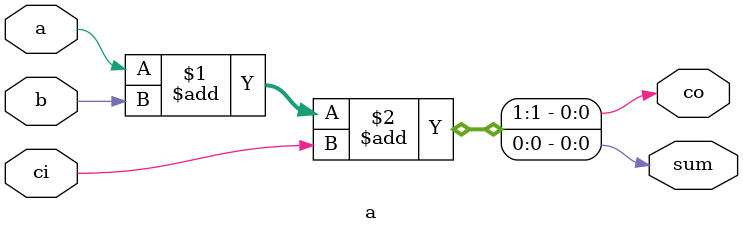
<source format=v>
module a (input a, b, ci, output sum, co);
    assign {co, sum} = a+b+ci;
endmodule
</source>
